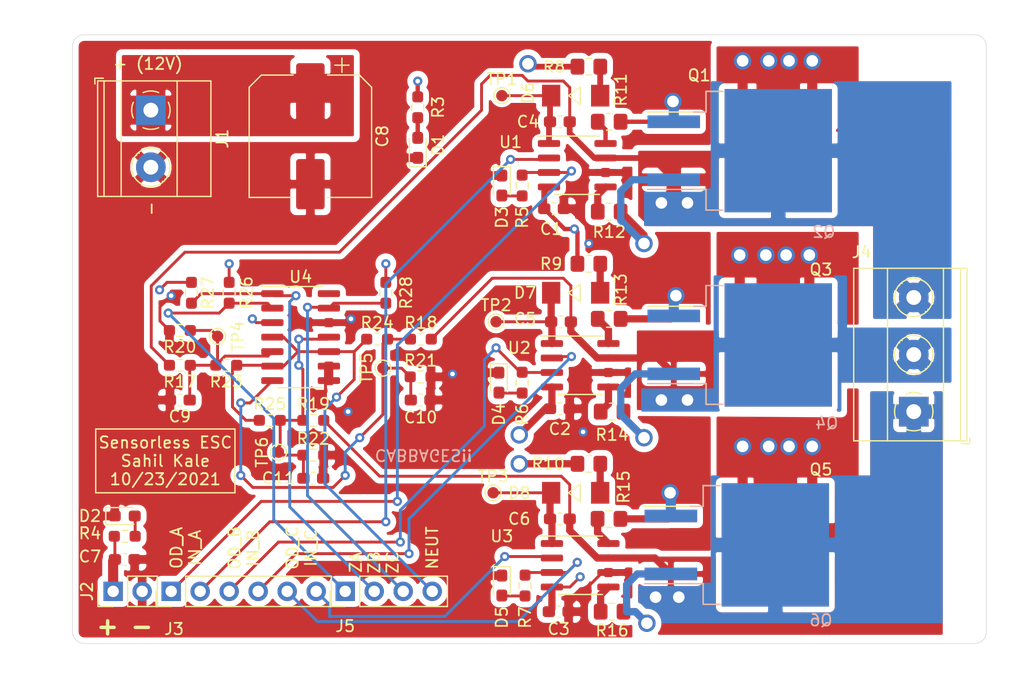
<source format=kicad_pcb>
(kicad_pcb (version 20171130) (host pcbnew "(5.1.10)-1")
  (layers (0 F.Cu signal) (1 In1.Cu signal) (2 In2.Cu signal) (31 B.Cu signal) (34 B.Paste user) (35 F.Paste user) (36 B.SilkS user) (37 F.SilkS user) (38 B.Mask user) (39 F.Mask user) (44 Edge.Cuts user))
  (net 0 "")
  (net 1 GND)
  (net 2 VBUS)
  (net 3 "Net-(C4-Pad2)")
  (net 4 PHASEA)
  (net 5 "Net-(C5-Pad2)")
  (net 6 PHASEB)
  (net 7 "Net-(C6-Pad2)")
  (net 8 PHASEC)
  (net 9 "Net-(D1-Pad2)")
  (net 10 "Net-(D2-Pad2)")
  (net 11 "Net-(D3-Pad2)")
  (net 12 "Net-(D4-Pad2)")
  (net 13 "Net-(D5-Pad2)")
  (net 14 "Net-(D6-Pad2)")
  (net 15 "Net-(D7-Pad2)")
  (net 16 "Net-(D8-Pad2)")
  (net 17 VCC)
  (net 18 /IN_C)
  (net 19 /OD_C)
  (net 20 /IN_B)
  (net 21 /OD_B)
  (net 22 /IN_A)
  (net 23 /OD_A)
  (net 24 ZCROSS_C)
  (net 25 ZCROSS_B)
  (net 26 ZCROSS_A)
  (net 27 "Net-(Q1-Pad1)")
  (net 28 "Net-(Q2-Pad1)")
  (net 29 "Net-(Q3-Pad1)")
  (net 30 "Net-(Q4-Pad1)")
  (net 31 "Net-(Q5-Pad1)")
  (net 32 "Net-(Q6-Pad1)")
  (net 33 "Net-(R11-Pad2)")
  (net 34 "Net-(R12-Pad2)")
  (net 35 "Net-(R13-Pad2)")
  (net 36 "Net-(R14-Pad2)")
  (net 37 "Net-(R15-Pad2)")
  (net 38 "Net-(R16-Pad2)")
  (net 39 /BackEMF/BEMFA)
  (net 40 /BackEMF/BEMFB)
  (net 41 /BackEMF/BEMFC)
  (net 42 NEUT)
  (module Capacitor_SMD:C_0603_1608Metric_Pad1.08x0.95mm_HandSolder (layer F.Cu) (at 199.644 88.646)
    (fp_text reference C11 (at -3.048 0) (layer F.SilkS))
    (fp_text value 1nF)
    (pad 2 smd roundrect (at 0.8625 0) (size 1.075 0.95) (layers F.Cu F.Paste F.Mask) (net 1 GND))
    (pad 1 smd roundrect (at -0.8625 0) (size 1.075 0.95) (layers F.Cu F.Paste F.Mask) (net 41 /BackEMF/BEMFC))
  )
  (module Capacitor_SMD:C_0603_1608Metric_Pad1.08x0.95mm_HandSolder (layer F.Cu) (at 209.042 81.788)
    (fp_text reference C10 (at 0 1.524) (layer F.SilkS))
    (fp_text value 1nF)
    (pad 2 smd roundrect (at 0.8625 0) (size 1.075 0.95) (layers F.Cu F.Paste F.Mask) (net 1 GND))
    (pad 1 smd roundrect (at -0.8625 0) (size 1.075 0.95) (layers F.Cu F.Paste F.Mask) (net 40 /BackEMF/BEMFB))
  )
  (module Capacitor_SMD:C_0603_1608Metric_Pad1.08x0.95mm_HandSolder (layer F.Cu) (at 187.96 81.788 180)
    (fp_text reference C9 (at 0 -1.43) (layer F.SilkS))
    (fp_text value 1nF)
    (pad 2 smd roundrect (at 0.8625 0 180) (size 1.075 0.95) (layers F.Cu F.Paste F.Mask) (net 1 GND))
    (pad 1 smd roundrect (at -0.8625 0 180) (size 1.075 0.95) (layers F.Cu F.Paste F.Mask) (net 39 /BackEMF/BEMFA))
  )
  (module Package_SO:SOIC-14_3.9x8.7mm_P1.27mm (layer F.Cu) (at 198.536 76.276)
    (fp_text reference U4 (at 0 -5.28) (layer F.SilkS))
    (fp_text value LM339)
    (pad 14 smd roundrect (at 2.475 -3.81) (size 1.95 0.6) (layers F.Cu F.Paste F.Mask))
    (pad 13 smd roundrect (at 2.475 -2.54) (size 1.95 0.6) (layers F.Cu F.Paste F.Mask) (net 24 ZCROSS_C))
    (pad 12 smd roundrect (at 2.475 -1.27) (size 1.95 0.6) (layers F.Cu F.Paste F.Mask) (net 1 GND))
    (pad 11 smd roundrect (at 2.475 0) (size 1.95 0.6) (layers F.Cu F.Paste F.Mask) (net 41 /BackEMF/BEMFC))
    (pad 10 smd roundrect (at 2.475 1.27) (size 1.95 0.6) (layers F.Cu F.Paste F.Mask) (net 42 NEUT))
    (pad 9 smd roundrect (at 2.475 2.54) (size 1.95 0.6) (layers F.Cu F.Paste F.Mask) (net 1 GND))
    (pad 8 smd roundrect (at 2.475 3.81) (size 1.95 0.6) (layers F.Cu F.Paste F.Mask) (net 1 GND))
    (pad 7 smd roundrect (at -2.475 3.81) (size 1.95 0.6) (layers F.Cu F.Paste F.Mask) (net 40 /BackEMF/BEMFB))
    (pad 6 smd roundrect (at -2.475 2.54) (size 1.95 0.6) (layers F.Cu F.Paste F.Mask) (net 42 NEUT))
    (pad 5 smd roundrect (at -2.475 1.27) (size 1.95 0.6) (layers F.Cu F.Paste F.Mask) (net 39 /BackEMF/BEMFA))
    (pad 4 smd roundrect (at -2.475 0) (size 1.95 0.6) (layers F.Cu F.Paste F.Mask) (net 42 NEUT))
    (pad 3 smd roundrect (at -2.475 -1.27) (size 1.95 0.6) (layers F.Cu F.Paste F.Mask) (net 17 VCC))
    (pad 2 smd roundrect (at -2.475 -2.54) (size 1.95 0.6) (layers F.Cu F.Paste F.Mask) (net 26 ZCROSS_A))
    (pad 1 smd roundrect (at -2.475 -3.81) (size 1.95 0.6) (layers F.Cu F.Paste F.Mask) (net 25 ZCROSS_B))
  )
  (module Connector_PinHeader_2.54mm:PinHeader_1x04_P2.54mm_Vertical (layer F.Cu) (at 202.438 98.552 90)
    (fp_text reference J5 (at -3.048 0 180) (layer F.SilkS))
    (fp_text value Screw_Terminal_01x04)
    (pad 4 thru_hole oval (at 0 7.62 90) (size 1.7 1.7) (drill 1) (layers *.Cu *.Mask) (net 42 NEUT))
    (pad 3 thru_hole oval (at 0 5.08 90) (size 1.7 1.7) (drill 1) (layers *.Cu *.Mask) (net 24 ZCROSS_C))
    (pad 2 thru_hole oval (at 0 2.54 90) (size 1.7 1.7) (drill 1) (layers *.Cu *.Mask) (net 25 ZCROSS_B))
    (pad 1 thru_hole rect (at 0 0 90) (size 1.7 1.7) (drill 1) (layers *.Cu *.Mask) (net 26 ZCROSS_A))
  )
  (module TerminalBlock_Phoenix:TerminalBlock_Phoenix_MKDS-1,5-2_1x02_P5.00mm_Horizontal (layer F.Cu) (at 185.42 56.388 270)
    (fp_text reference J1 (at 2.5 -6.26 90) (layer F.SilkS))
    (fp_text value Screw_Terminal_01x02)
    (pad 2 thru_hole circle (at 5 0 270) (size 2.6 2.6) (drill 1.3) (layers *.Cu *.Mask) (net 1 GND))
    (pad 1 thru_hole rect (at 0 0 270) (size 2.6 2.6) (drill 1.3) (layers *.Cu *.Mask) (net 2 VBUS))
  )
  (module Connector_PinHeader_2.54mm:PinHeader_1x02_P2.54mm_Vertical (layer F.Cu) (at 182.118 98.552 90)
    (fp_text reference J2 (at 0 -2.286 270) (layer F.SilkS))
    (fp_text value Screw_Terminal_01x02)
    (pad 2 thru_hole oval (at 0 2.54 90) (size 1.7 1.7) (drill 1) (layers *.Cu *.Mask) (net 1 GND))
    (pad 1 thru_hole rect (at 0 0 90) (size 1.7 1.7) (drill 1) (layers *.Cu *.Mask) (net 17 VCC))
  )
  (module TestPoint:TestPoint_Pad_D1.0mm (layer F.Cu) (at 196.596 86.36 90)
    (fp_text reference TP6 (at 0 -1.448 90) (layer F.SilkS))
    (fp_text value TestPoint)
    (pad 1 smd circle (at 0 0 90) (size 1 1) (layers F.Cu F.Mask) (net 41 /BackEMF/BEMFC))
  )
  (module TestPoint:TestPoint_Pad_D1.0mm (layer F.Cu) (at 205.74 78.994 90)
    (fp_text reference TP5 (at 0 -1.448 90) (layer F.SilkS))
    (fp_text value TestPoint)
    (pad 1 smd circle (at 0 0 90) (size 1 1) (layers F.Cu F.Mask) (net 40 /BackEMF/BEMFB))
  )
  (module TestPoint:TestPoint_Pad_D1.0mm (layer F.Cu) (at 191.262 76.2)
    (fp_text reference TP4 (at 1.778 0 90) (layer F.SilkS))
    (fp_text value TestPoint)
    (pad 1 smd circle (at 0 0) (size 1 1) (layers F.Cu F.Mask) (net 39 /BackEMF/BEMFA))
  )
  (module Capacitor_SMD:CP_Elec_10x10.5 (layer F.Cu) (at 199.39 58.674 270)
    (fp_text reference C8 (at 0 -6.3 90) (layer F.SilkS))
    (fp_text value 100uF)
    (pad 2 smd roundrect (at 4.2 0 270) (size 4.4 2.5) (layers F.Cu F.Paste F.Mask) (roundrect_rratio 0.1) (net 1 GND))
    (pad 1 smd roundrect (at -4.2 0 270) (size 4.4 2.5) (layers F.Cu F.Paste F.Mask) (roundrect_rratio 0.1) (net 2 VBUS))
  )
  (module Capacitor_SMD:C_0603_1608Metric_Pad1.08x0.95mm_HandSolder (layer F.Cu) (at 183.134 95.758 180)
    (fp_text reference C7 (at 3.048 0.254) (layer F.SilkS))
    (fp_text value 0.1uF)
    (pad 2 smd roundrect (at 0.8625 0 180) (size 1.075 0.95) (layers F.Cu F.Paste F.Mask) (net 17 VCC))
    (pad 1 smd roundrect (at -0.8625 0 180) (size 1.075 0.95) (layers F.Cu F.Paste F.Mask) (net 1 GND))
  )
  (module Package_SO:SOIC-8_3.9x4.9mm_P1.27mm (layer F.Cu) (at 223.012 96.266)
    (fp_text reference U3 (at -6.858 -2.54) (layer F.SilkS))
    (fp_text value ADP3110AKRZ-RL)
    (pad 8 smd roundrect (at 2.475 -1.905) (size 1.95 0.6) (layers F.Cu F.Paste F.Mask) (net 37 "Net-(R15-Pad2)"))
    (pad 7 smd roundrect (at 2.475 -0.635) (size 1.95 0.6) (layers F.Cu F.Paste F.Mask) (net 8 PHASEC))
    (pad 6 smd roundrect (at 2.475 0.635) (size 1.95 0.6) (layers F.Cu F.Paste F.Mask) (net 1 GND))
    (pad 5 smd roundrect (at 2.475 1.905) (size 1.95 0.6) (layers F.Cu F.Paste F.Mask) (net 38 "Net-(R16-Pad2)"))
    (pad 4 smd roundrect (at -2.475 1.905) (size 1.95 0.6) (layers F.Cu F.Paste F.Mask) (net 2 VBUS))
    (pad 3 smd roundrect (at -2.475 0.635) (size 1.95 0.6) (layers F.Cu F.Paste F.Mask) (net 19 /OD_C))
    (pad 2 smd roundrect (at -2.475 -0.635) (size 1.95 0.6) (layers F.Cu F.Paste F.Mask) (net 18 /IN_C))
    (pad 1 smd roundrect (at -2.475 -1.905) (size 1.95 0.6) (layers F.Cu F.Paste F.Mask) (net 7 "Net-(C6-Pad2)"))
  )
  (module Package_SO:SOIC-8_3.9x4.9mm_P1.27mm (layer F.Cu) (at 223.012 78.74)
    (fp_text reference U2 (at -5.334 -1.524) (layer F.SilkS))
    (fp_text value ADP3110AKRZ-RL)
    (pad 8 smd roundrect (at 2.475 -1.905) (size 1.95 0.6) (layers F.Cu F.Paste F.Mask) (net 35 "Net-(R13-Pad2)"))
    (pad 7 smd roundrect (at 2.475 -0.635) (size 1.95 0.6) (layers F.Cu F.Paste F.Mask) (net 6 PHASEB))
    (pad 6 smd roundrect (at 2.475 0.635) (size 1.95 0.6) (layers F.Cu F.Paste F.Mask) (net 1 GND))
    (pad 5 smd roundrect (at 2.475 1.905) (size 1.95 0.6) (layers F.Cu F.Paste F.Mask) (net 36 "Net-(R14-Pad2)"))
    (pad 4 smd roundrect (at -2.475 1.905) (size 1.95 0.6) (layers F.Cu F.Paste F.Mask) (net 2 VBUS))
    (pad 3 smd roundrect (at -2.475 0.635) (size 1.95 0.6) (layers F.Cu F.Paste F.Mask) (net 21 /OD_B))
    (pad 2 smd roundrect (at -2.475 -0.635) (size 1.95 0.6) (layers F.Cu F.Paste F.Mask) (net 20 /IN_B))
    (pad 1 smd roundrect (at -2.475 -1.905) (size 1.95 0.6) (layers F.Cu F.Paste F.Mask) (net 5 "Net-(C5-Pad2)"))
  )
  (module Package_SO:SOIC-8_3.9x4.9mm_P1.27mm (layer F.Cu) (at 222.758 61.214)
    (fp_text reference U1 (at -5.842 -2.032) (layer F.SilkS))
    (fp_text value ADP3110AKRZ-RL)
    (pad 8 smd roundrect (at 2.475 -1.905) (size 1.95 0.6) (layers F.Cu F.Paste F.Mask) (net 33 "Net-(R11-Pad2)"))
    (pad 7 smd roundrect (at 2.475 -0.635) (size 1.95 0.6) (layers F.Cu F.Paste F.Mask) (net 4 PHASEA))
    (pad 6 smd roundrect (at 2.475 0.635) (size 1.95 0.6) (layers F.Cu F.Paste F.Mask) (net 1 GND))
    (pad 5 smd roundrect (at 2.475 1.905) (size 1.95 0.6) (layers F.Cu F.Paste F.Mask) (net 34 "Net-(R12-Pad2)"))
    (pad 4 smd roundrect (at -2.475 1.905) (size 1.95 0.6) (layers F.Cu F.Paste F.Mask) (net 2 VBUS))
    (pad 3 smd roundrect (at -2.475 0.635) (size 1.95 0.6) (layers F.Cu F.Paste F.Mask) (net 23 /OD_A))
    (pad 2 smd roundrect (at -2.475 -0.635) (size 1.95 0.6) (layers F.Cu F.Paste F.Mask) (net 22 /IN_A))
    (pad 1 smd roundrect (at -2.475 -1.905) (size 1.95 0.6) (layers F.Cu F.Paste F.Mask) (net 3 "Net-(C4-Pad2)"))
  )
  (module TestPoint:TestPoint_Pad_D1.0mm (layer F.Cu) (at 215.392 89.916)
    (fp_text reference TP3 (at 0 -1.448) (layer F.SilkS))
    (fp_text value TP_BST)
    (pad 1 smd circle (at 0 0) (size 1 1) (layers F.Cu F.Mask) (net 7 "Net-(C6-Pad2)"))
  )
  (module TestPoint:TestPoint_Pad_D1.0mm (layer F.Cu) (at 215.646 74.93)
    (fp_text reference TP2 (at 0 -1.448) (layer F.SilkS))
    (fp_text value TP_BST)
    (pad 1 smd circle (at 0 0) (size 1 1) (layers F.Cu F.Mask) (net 5 "Net-(C5-Pad2)"))
  )
  (module TestPoint:TestPoint_Pad_D1.0mm (layer F.Cu) (at 216.154 55.118)
    (fp_text reference TP1 (at 0 -1.448) (layer F.SilkS))
    (fp_text value TP_BST)
    (pad 1 smd circle (at 0 0) (size 1 1) (layers F.Cu F.Mask) (net 3 "Net-(C4-Pad2)"))
  )
  (module Resistor_SMD:R_0603_1608Metric_Pad0.98x0.95mm_HandSolder (layer F.Cu) (at 205.994 72.39 270)
    (fp_text reference R28 (at 0 -1.778 90) (layer F.SilkS))
    (fp_text value 10k)
    (pad 2 smd roundrect (at 0.9125 0 270) (size 0.975 0.95) (layers F.Cu F.Paste F.Mask) (net 24 ZCROSS_C))
    (pad 1 smd roundrect (at -0.9125 0 270) (size 0.975 0.95) (layers F.Cu F.Paste F.Mask) (net 17 VCC))
  )
  (module Resistor_SMD:R_0603_1608Metric_Pad0.98x0.95mm_HandSolder (layer F.Cu) (at 188.976 72.39 270)
    (fp_text reference R27 (at 0 -1.43 90) (layer F.SilkS))
    (fp_text value 10k)
    (pad 2 smd roundrect (at 0.9125 0 270) (size 0.975 0.95) (layers F.Cu F.Paste F.Mask) (net 25 ZCROSS_B))
    (pad 1 smd roundrect (at -0.9125 0 270) (size 0.975 0.95) (layers F.Cu F.Paste F.Mask) (net 17 VCC))
  )
  (module Resistor_SMD:R_0603_1608Metric_Pad0.98x0.95mm_HandSolder (layer F.Cu) (at 192.278 72.39 270)
    (fp_text reference R26 (at 0 -1.524 90) (layer F.SilkS))
    (fp_text value 10k)
    (pad 2 smd roundrect (at 0.9125 0 270) (size 0.975 0.95) (layers F.Cu F.Paste F.Mask) (net 26 ZCROSS_A))
    (pad 1 smd roundrect (at -0.9125 0 270) (size 0.975 0.95) (layers F.Cu F.Paste F.Mask) (net 17 VCC))
  )
  (module Resistor_SMD:R_0603_1608Metric_Pad0.98x0.95mm_HandSolder (layer F.Cu) (at 195.834 83.566)
    (fp_text reference R25 (at 0 -1.43) (layer F.SilkS))
    (fp_text value 33k)
    (pad 2 smd roundrect (at 0.9125 0) (size 0.975 0.95) (layers F.Cu F.Paste F.Mask) (net 41 /BackEMF/BEMFC))
    (pad 1 smd roundrect (at -0.9125 0) (size 0.975 0.95) (layers F.Cu F.Paste F.Mask) (net 42 NEUT))
  )
  (module Resistor_SMD:R_0603_1608Metric_Pad0.98x0.95mm_HandSolder (layer F.Cu) (at 205.232 76.454)
    (fp_text reference R24 (at 0 -1.43) (layer F.SilkS))
    (fp_text value 33k)
    (pad 2 smd roundrect (at 0.9125 0) (size 0.975 0.95) (layers F.Cu F.Paste F.Mask) (net 40 /BackEMF/BEMFB))
    (pad 1 smd roundrect (at -0.9125 0) (size 0.975 0.95) (layers F.Cu F.Paste F.Mask) (net 42 NEUT))
  )
  (module Resistor_SMD:R_0603_1608Metric_Pad0.98x0.95mm_HandSolder (layer F.Cu) (at 192.024 78.74 180)
    (fp_text reference R23 (at 0 -1.43) (layer F.SilkS))
    (fp_text value 33k)
    (pad 2 smd roundrect (at 0.9125 0 180) (size 0.975 0.95) (layers F.Cu F.Paste F.Mask) (net 39 /BackEMF/BEMFA))
    (pad 1 smd roundrect (at -0.9125 0 180) (size 0.975 0.95) (layers F.Cu F.Paste F.Mask) (net 42 NEUT))
  )
  (module Resistor_SMD:R_0603_1608Metric_Pad0.98x0.95mm_HandSolder (layer F.Cu) (at 199.644 86.614)
    (fp_text reference R22 (at 0 -1.43) (layer F.SilkS))
    (fp_text value 10k)
    (pad 2 smd roundrect (at 0.9125 0) (size 0.975 0.95) (layers F.Cu F.Paste F.Mask) (net 1 GND))
    (pad 1 smd roundrect (at -0.9125 0) (size 0.975 0.95) (layers F.Cu F.Paste F.Mask) (net 41 /BackEMF/BEMFC))
  )
  (module Resistor_SMD:R_0603_1608Metric_Pad0.98x0.95mm_HandSolder (layer F.Cu) (at 209.042 79.756)
    (fp_text reference R21 (at 0 -1.43) (layer F.SilkS))
    (fp_text value 10k)
    (pad 2 smd roundrect (at 0.9125 0) (size 0.975 0.95) (layers F.Cu F.Paste F.Mask) (net 1 GND))
    (pad 1 smd roundrect (at -0.9125 0) (size 0.975 0.95) (layers F.Cu F.Paste F.Mask) (net 40 /BackEMF/BEMFB))
  )
  (module Resistor_SMD:R_0603_1608Metric_Pad0.98x0.95mm_HandSolder (layer F.Cu) (at 187.96 75.692 180)
    (fp_text reference R20 (at 0 -1.43) (layer F.SilkS))
    (fp_text value 10k)
    (pad 2 smd roundrect (at 0.9125 0 180) (size 0.975 0.95) (layers F.Cu F.Paste F.Mask) (net 1 GND))
    (pad 1 smd roundrect (at -0.9125 0 180) (size 0.975 0.95) (layers F.Cu F.Paste F.Mask) (net 39 /BackEMF/BEMFA))
  )
  (module Resistor_SMD:R_0603_1608Metric_Pad0.98x0.95mm_HandSolder (layer F.Cu) (at 199.644 83.566)
    (fp_text reference R19 (at 0 -1.43) (layer F.SilkS))
    (fp_text value 33k)
    (pad 2 smd roundrect (at 0.9125 0) (size 0.975 0.95) (layers F.Cu F.Paste F.Mask) (net 8 PHASEC))
    (pad 1 smd roundrect (at -0.9125 0) (size 0.975 0.95) (layers F.Cu F.Paste F.Mask) (net 41 /BackEMF/BEMFC))
  )
  (module Resistor_SMD:R_0603_1608Metric_Pad0.98x0.95mm_HandSolder (layer F.Cu) (at 209.064 76.454)
    (fp_text reference R18 (at 0 -1.43) (layer F.SilkS))
    (fp_text value 33k)
    (pad 2 smd roundrect (at 0.9125 0) (size 0.975 0.95) (layers F.Cu F.Paste F.Mask) (net 6 PHASEB))
    (pad 1 smd roundrect (at -0.9125 0) (size 0.975 0.95) (layers F.Cu F.Paste F.Mask) (net 40 /BackEMF/BEMFB))
  )
  (module Resistor_SMD:R_0603_1608Metric_Pad0.98x0.95mm_HandSolder (layer F.Cu) (at 187.96 78.74 180)
    (fp_text reference R17 (at 0 -1.43) (layer F.SilkS))
    (fp_text value 33k)
    (pad 2 smd roundrect (at 0.9125 0 180) (size 0.975 0.95) (layers F.Cu F.Paste F.Mask) (net 4 PHASEA))
    (pad 1 smd roundrect (at -0.9125 0 180) (size 0.975 0.95) (layers F.Cu F.Paste F.Mask) (net 39 /BackEMF/BEMFA))
  )
  (module Resistor_SMD:R_0805_2012Metric_Pad1.20x1.40mm_HandSolder (layer F.Cu) (at 225.806 100.33 180)
    (fp_text reference R16 (at 0 -1.65) (layer F.SilkS))
    (fp_text value 5.1)
    (pad 2 smd roundrect (at 1 0 180) (size 1.2 1.4) (layers F.Cu F.Paste F.Mask) (roundrect_rratio 0.2083325) (net 38 "Net-(R16-Pad2)"))
    (pad 1 smd roundrect (at -1 0 180) (size 1.2 1.4) (layers F.Cu F.Paste F.Mask) (roundrect_rratio 0.2083325) (net 32 "Net-(Q6-Pad1)"))
  )
  (module Resistor_SMD:R_0805_2012Metric_Pad1.20x1.40mm_HandSolder (layer F.Cu) (at 225.536 92.202 180)
    (fp_text reference R15 (at -1.286 2.794 270) (layer F.SilkS))
    (fp_text value 5.1)
    (pad 2 smd roundrect (at 1 0 180) (size 1.2 1.4) (layers F.Cu F.Paste F.Mask) (roundrect_rratio 0.2083325) (net 37 "Net-(R15-Pad2)"))
    (pad 1 smd roundrect (at -1 0 180) (size 1.2 1.4) (layers F.Cu F.Paste F.Mask) (roundrect_rratio 0.2083325) (net 31 "Net-(Q5-Pad1)"))
  )
  (module Resistor_SMD:R_0805_2012Metric_Pad1.20x1.40mm_HandSolder (layer F.Cu) (at 225.806 82.804 180)
    (fp_text reference R14 (at 0 -2.032) (layer F.SilkS))
    (fp_text value 5.1)
    (pad 2 smd roundrect (at 1 0 180) (size 1.2 1.4) (layers F.Cu F.Paste F.Mask) (roundrect_rratio 0.2083325) (net 36 "Net-(R14-Pad2)"))
    (pad 1 smd roundrect (at -1 0 180) (size 1.2 1.4) (layers F.Cu F.Paste F.Mask) (roundrect_rratio 0.2083325) (net 30 "Net-(Q4-Pad1)"))
  )
  (module Resistor_SMD:R_0805_2012Metric_Pad1.20x1.40mm_HandSolder (layer F.Cu) (at 225.552 74.676 180)
    (fp_text reference R13 (at -1.016 2.54 270) (layer F.SilkS))
    (fp_text value 5.1)
    (pad 2 smd roundrect (at 1 0 180) (size 1.2 1.4) (layers F.Cu F.Paste F.Mask) (roundrect_rratio 0.2083325) (net 35 "Net-(R13-Pad2)"))
    (pad 1 smd roundrect (at -1 0 180) (size 1.2 1.4) (layers F.Cu F.Paste F.Mask) (roundrect_rratio 0.2083325) (net 29 "Net-(Q3-Pad1)"))
  )
  (module Resistor_SMD:R_0805_2012Metric_Pad1.20x1.40mm_HandSolder (layer F.Cu) (at 225.552 65.278 180)
    (fp_text reference R12 (at 0 -1.778) (layer F.SilkS))
    (fp_text value 5.1)
    (pad 2 smd roundrect (at 1 0 180) (size 1.2 1.4) (layers F.Cu F.Paste F.Mask) (roundrect_rratio 0.2083325) (net 34 "Net-(R12-Pad2)"))
    (pad 1 smd roundrect (at -1 0 180) (size 1.2 1.4) (layers F.Cu F.Paste F.Mask) (roundrect_rratio 0.2083325) (net 28 "Net-(Q2-Pad1)"))
  )
  (module Resistor_SMD:R_0805_2012Metric_Pad1.20x1.40mm_HandSolder (layer F.Cu) (at 225.552 57.404 180)
    (fp_text reference R11 (at -1.016 2.794 90) (layer F.SilkS))
    (fp_text value 5.1)
    (pad 2 smd roundrect (at 1 0 180) (size 1.2 1.4) (layers F.Cu F.Paste F.Mask) (roundrect_rratio 0.2083325) (net 33 "Net-(R11-Pad2)"))
    (pad 1 smd roundrect (at -1 0 180) (size 1.2 1.4) (layers F.Cu F.Paste F.Mask) (roundrect_rratio 0.2083325) (net 27 "Net-(Q1-Pad1)"))
  )
  (module Resistor_SMD:R_0805_2012Metric_Pad1.20x1.40mm_HandSolder (layer F.Cu) (at 223.774 87.376 180)
    (fp_text reference R10 (at 3.556 0) (layer F.SilkS))
    (fp_text value 5.1)
    (pad 2 smd roundrect (at 1 0 180) (size 1.2 1.4) (layers F.Cu F.Paste F.Mask) (roundrect_rratio 0.2083325) (net 2 VBUS))
    (pad 1 smd roundrect (at -1 0 180) (size 1.2 1.4) (layers F.Cu F.Paste F.Mask) (roundrect_rratio 0.2083325) (net 16 "Net-(D8-Pad2)"))
  )
  (module Resistor_SMD:R_0805_2012Metric_Pad1.20x1.40mm_HandSolder (layer F.Cu) (at 223.774 69.85 180)
    (fp_text reference R9 (at 3.302 0) (layer F.SilkS))
    (fp_text value 5.1)
    (pad 2 smd roundrect (at 1 0 180) (size 1.2 1.4) (layers F.Cu F.Paste F.Mask) (roundrect_rratio 0.2083325) (net 2 VBUS))
    (pad 1 smd roundrect (at -1 0 180) (size 1.2 1.4) (layers F.Cu F.Paste F.Mask) (roundrect_rratio 0.2083325) (net 15 "Net-(D7-Pad2)"))
  )
  (module Resistor_SMD:R_0805_2012Metric_Pad1.20x1.40mm_HandSolder (layer F.Cu) (at 223.774 52.578 180)
    (fp_text reference R8 (at 3.048 0) (layer F.SilkS))
    (fp_text value 5.1)
    (pad 2 smd roundrect (at 1 0 180) (size 1.2 1.4) (layers F.Cu F.Paste F.Mask) (roundrect_rratio 0.2083325) (net 2 VBUS))
    (pad 1 smd roundrect (at -1 0 180) (size 1.2 1.4) (layers F.Cu F.Paste F.Mask) (roundrect_rratio 0.2083325) (net 14 "Net-(D6-Pad2)"))
  )
  (module Resistor_SMD:R_0603_1608Metric_Pad0.98x0.95mm_HandSolder (layer F.Cu) (at 218.186 98.044 270)
    (fp_text reference R7 (at 2.794 0 90) (layer F.SilkS))
    (fp_text value 1k)
    (pad 2 smd roundrect (at 0.9125 0 270) (size 0.975 0.95) (layers F.Cu F.Paste F.Mask) (net 13 "Net-(D5-Pad2)"))
    (pad 1 smd roundrect (at -0.9125 0 270) (size 0.975 0.95) (layers F.Cu F.Paste F.Mask) (net 19 /OD_C))
  )
  (module Resistor_SMD:R_0603_1608Metric_Pad0.98x0.95mm_HandSolder (layer F.Cu) (at 217.932 80.264 270)
    (fp_text reference R6 (at 2.794 0 90) (layer F.SilkS))
    (fp_text value 1k)
    (pad 2 smd roundrect (at 0.9125 0 270) (size 0.975 0.95) (layers F.Cu F.Paste F.Mask) (net 12 "Net-(D4-Pad2)"))
    (pad 1 smd roundrect (at -0.9125 0 270) (size 0.975 0.95) (layers F.Cu F.Paste F.Mask) (net 21 /OD_B))
  )
  (module Resistor_SMD:R_0603_1608Metric_Pad0.98x0.95mm_HandSolder (layer F.Cu) (at 217.932 62.992 270)
    (fp_text reference R5 (at 2.794 0 90) (layer F.SilkS))
    (fp_text value 1k)
    (pad 2 smd roundrect (at 0.9125 0 270) (size 0.975 0.95) (layers F.Cu F.Paste F.Mask) (net 11 "Net-(D3-Pad2)"))
    (pad 1 smd roundrect (at -0.9125 0 270) (size 0.975 0.95) (layers F.Cu F.Paste F.Mask) (net 23 /OD_A))
  )
  (module Resistor_SMD:R_0603_1608Metric_Pad0.98x0.95mm_HandSolder (layer F.Cu) (at 183.134 93.726)
    (fp_text reference R4 (at -3.048 -0.254) (layer F.SilkS))
    (fp_text value 1k)
    (pad 2 smd roundrect (at 0.9125 0) (size 0.975 0.95) (layers F.Cu F.Paste F.Mask) (net 10 "Net-(D2-Pad2)"))
    (pad 1 smd roundrect (at -0.9125 0) (size 0.975 0.95) (layers F.Cu F.Paste F.Mask) (net 17 VCC))
  )
  (module Resistor_SMD:R_0603_1608Metric_Pad0.98x0.95mm_HandSolder (layer F.Cu) (at 208.788 56.134 270)
    (fp_text reference R3 (at 0 -1.778 90) (layer F.SilkS))
    (fp_text value 1k)
    (pad 2 smd roundrect (at 0.9125 0 270) (size 0.975 0.95) (layers F.Cu F.Paste F.Mask) (net 9 "Net-(D1-Pad2)"))
    (pad 1 smd roundrect (at -0.9125 0 270) (size 0.975 0.95) (layers F.Cu F.Paste F.Mask) (net 2 VBUS))
  )
  (module Package_TO_SOT_SMD:TO-263-2 (layer B.Cu) (at 236.728 94.488)
    (fp_text reference Q6 (at 7.366 6.604) (layer B.SilkS) (effects (justify mirror)))
    (fp_text value Q_NMOS_GDS)
    (pad 2 smd rect (at 3.375 0) (size 9.4 10.8) (layers B.Cu B.Mask) (net 8 PHASEC))
    (pad 3 smd rect (at -5.775 -2.54) (size 4.6 1.1) (layers B.Cu B.Paste B.Mask) (net 1 GND))
    (pad 1 smd rect (at -5.775 2.54) (size 4.6 1.1) (layers B.Cu B.Paste B.Mask) (net 32 "Net-(Q6-Pad1)"))
  )
  (module Package_TO_SOT_SMD:TO-263-2 (layer F.Cu) (at 236.728 94.488)
    (fp_text reference Q5 (at 7.366 -6.604) (layer F.SilkS))
    (fp_text value Q_NMOS_GDS)
    (pad 2 smd rect (at 3.375 0) (size 9.4 10.8) (layers F.Cu F.Mask) (net 2 VBUS))
    (pad 3 smd rect (at -5.775 2.54) (size 4.6 1.1) (layers F.Cu F.Paste F.Mask) (net 8 PHASEC))
    (pad 1 smd rect (at -5.775 -2.54) (size 4.6 1.1) (layers F.Cu F.Paste F.Mask) (net 31 "Net-(Q5-Pad1)"))
  )
  (module Package_TO_SOT_SMD:TO-263-2 (layer B.Cu) (at 236.982 76.962)
    (fp_text reference Q4 (at 7.62 6.858) (layer B.SilkS) (effects (justify mirror)))
    (fp_text value Q_NMOS_GDS)
    (pad 2 smd rect (at 3.375 0) (size 9.4 10.8) (layers B.Cu B.Mask) (net 6 PHASEB))
    (pad 3 smd rect (at -5.775 -2.54) (size 4.6 1.1) (layers B.Cu B.Paste B.Mask) (net 1 GND))
    (pad 1 smd rect (at -5.775 2.54) (size 4.6 1.1) (layers B.Cu B.Paste B.Mask) (net 30 "Net-(Q4-Pad1)"))
  )
  (module Package_TO_SOT_SMD:TO-263-2 (layer F.Cu) (at 236.982 76.962)
    (fp_text reference Q3 (at 7.112 -6.604) (layer F.SilkS))
    (fp_text value Q_NMOS_GDS)
    (pad 2 smd rect (at 3.375 0) (size 9.4 10.8) (layers F.Cu F.Mask) (net 2 VBUS))
    (pad 3 smd rect (at -5.775 2.54) (size 4.6 1.1) (layers F.Cu F.Paste F.Mask) (net 6 PHASEB))
    (pad 1 smd rect (at -5.775 -2.54) (size 4.6 1.1) (layers F.Cu F.Paste F.Mask) (net 29 "Net-(Q3-Pad1)"))
  )
  (module Package_TO_SOT_SMD:TO-263-2 (layer B.Cu) (at 236.982 59.944)
    (fp_text reference Q2 (at 7.366 7.112) (layer B.SilkS) (effects (justify mirror)))
    (fp_text value Q_NMOS_GDS)
    (pad 2 smd rect (at 3.375 0) (size 9.4 10.8) (layers B.Cu B.Mask) (net 4 PHASEA))
    (pad 3 smd rect (at -5.775 -2.54) (size 4.6 1.1) (layers B.Cu B.Paste B.Mask) (net 1 GND))
    (pad 1 smd rect (at -5.775 2.54) (size 4.6 1.1) (layers B.Cu B.Paste B.Mask) (net 28 "Net-(Q2-Pad1)"))
  )
  (module Package_TO_SOT_SMD:TO-263-2 (layer F.Cu) (at 236.982 59.944)
    (fp_text reference Q1 (at -3.556 -6.604) (layer F.SilkS))
    (fp_text value Q_NMOS_GDS)
    (pad 2 smd rect (at 3.375 0) (size 9.4 10.8) (layers F.Cu F.Mask) (net 2 VBUS))
    (pad 3 smd rect (at -5.775 2.54) (size 4.6 1.1) (layers F.Cu F.Paste F.Mask) (net 4 PHASEA))
    (pad 1 smd rect (at -5.775 -2.54) (size 4.6 1.1) (layers F.Cu F.Paste F.Mask) (net 27 "Net-(Q1-Pad1)"))
  )
  (module TerminalBlock_Phoenix:TerminalBlock_Phoenix_MKDS-1,5-3_1x03_P5.00mm_Horizontal (layer F.Cu) (at 252.222 82.804 90)
    (fp_text reference J4 (at 13.97 -4.572 180) (layer F.SilkS))
    (fp_text value Screw_Terminal_01x03)
    (pad 3 thru_hole circle (at 10 0 90) (size 2.6 2.6) (drill 1.3) (layers *.Cu *.Mask) (net 4 PHASEA))
    (pad 2 thru_hole circle (at 5 0 90) (size 2.6 2.6) (drill 1.3) (layers *.Cu *.Mask) (net 6 PHASEB))
    (pad 1 thru_hole rect (at 0 0 90) (size 2.6 2.6) (drill 1.3) (layers *.Cu *.Mask) (net 8 PHASEC))
  )
  (module Connector_PinHeader_2.54mm:PinHeader_1x06_P2.54mm_Vertical (layer F.Cu) (at 187.198 98.552 90)
    (fp_text reference J3 (at -3.302 0.254) (layer F.SilkS))
    (fp_text value Screw_Terminal_01x06)
    (pad 6 thru_hole oval (at 0 12.7 90) (size 1.7 1.7) (drill 1) (layers *.Cu *.Mask) (net 18 /IN_C))
    (pad 5 thru_hole oval (at 0 10.16 90) (size 1.7 1.7) (drill 1) (layers *.Cu *.Mask) (net 19 /OD_C))
    (pad 4 thru_hole oval (at 0 7.62 90) (size 1.7 1.7) (drill 1) (layers *.Cu *.Mask) (net 20 /IN_B))
    (pad 3 thru_hole oval (at 0 5.08 90) (size 1.7 1.7) (drill 1) (layers *.Cu *.Mask) (net 21 /OD_B))
    (pad 2 thru_hole oval (at 0 2.54 90) (size 1.7 1.7) (drill 1) (layers *.Cu *.Mask) (net 22 /IN_A))
    (pad 1 thru_hole rect (at 0 0 90) (size 1.7 1.7) (drill 1) (layers *.Cu *.Mask) (net 23 /OD_A))
  )
  (module KaleCustom:SK53AFL (layer F.Cu) (at 220.472 89.916)
    (fp_text reference D8 (at -2.794 0) (layer F.SilkS))
    (fp_text value SK53AFL-TP)
    (pad 2 smd rect (at 4.2926 0) (size 1.6002 1.905) (layers F.Cu F.Paste F.Mask) (net 16 "Net-(D8-Pad2)"))
    (pad 1 smd rect (at 0 0) (size 1.6002 1.905) (layers F.Cu F.Paste F.Mask) (net 7 "Net-(C6-Pad2)"))
  )
  (module KaleCustom:SK53AFL (layer F.Cu) (at 220.472 72.39)
    (fp_text reference D7 (at -2.286 0 180) (layer F.SilkS))
    (fp_text value SK53AFL-TP)
    (pad 2 smd rect (at 4.2926 0) (size 1.6002 1.905) (layers F.Cu F.Paste F.Mask) (net 15 "Net-(D7-Pad2)"))
    (pad 1 smd rect (at 0 0) (size 1.6002 1.905) (layers F.Cu F.Paste F.Mask) (net 5 "Net-(C5-Pad2)"))
  )
  (module KaleCustom:SK53AFL (layer F.Cu) (at 220.472 55.118)
    (fp_text reference D6 (at -2.032 -0.254 270) (layer F.SilkS))
    (fp_text value SK53AFL-TP)
    (pad 2 smd rect (at 4.2926 0) (size 1.6002 1.905) (layers F.Cu F.Paste F.Mask) (net 14 "Net-(D6-Pad2)"))
    (pad 1 smd rect (at 0 0) (size 1.6002 1.905) (layers F.Cu F.Paste F.Mask) (net 3 "Net-(C4-Pad2)"))
  )
  (module LED_SMD:LED_0603_1608Metric_Pad1.05x0.95mm_HandSolder (layer F.Cu) (at 216.154 98.044 270)
    (fp_text reference D5 (at 2.794 0 90) (layer F.SilkS))
    (fp_text value LED)
    (pad 2 smd roundrect (at 0.875 0 270) (size 1.05 0.95) (layers F.Cu F.Paste F.Mask) (net 13 "Net-(D5-Pad2)"))
    (pad 1 smd roundrect (at -0.875 0 270) (size 1.05 0.95) (layers F.Cu F.Paste F.Mask) (net 1 GND))
  )
  (module LED_SMD:LED_0603_1608Metric_Pad1.05x0.95mm_HandSolder (layer F.Cu) (at 215.9 80.264 270)
    (fp_text reference D4 (at 2.794 0 90) (layer F.SilkS))
    (fp_text value LED)
    (pad 2 smd roundrect (at 0.875 0 270) (size 1.05 0.95) (layers F.Cu F.Paste F.Mask) (net 12 "Net-(D4-Pad2)"))
    (pad 1 smd roundrect (at -0.875 0 270) (size 1.05 0.95) (layers F.Cu F.Paste F.Mask) (net 1 GND))
  )
  (module LED_SMD:LED_0603_1608Metric_Pad1.05x0.95mm_HandSolder (layer F.Cu) (at 216.154 62.992 270)
    (fp_text reference D3 (at 2.794 0 90) (layer F.SilkS))
    (fp_text value LED)
    (pad 2 smd roundrect (at 0.875 0 270) (size 1.05 0.95) (layers F.Cu F.Paste F.Mask) (net 11 "Net-(D3-Pad2)"))
    (pad 1 smd roundrect (at -0.875 0 270) (size 1.05 0.95) (layers F.Cu F.Paste F.Mask) (net 1 GND))
  )
  (module LED_SMD:LED_0603_1608Metric_Pad1.05x0.95mm_HandSolder (layer F.Cu) (at 183.134 91.948)
    (fp_text reference D2 (at -3.048 0) (layer F.SilkS))
    (fp_text value LED)
    (pad 2 smd roundrect (at 0.875 0) (size 1.05 0.95) (layers F.Cu F.Paste F.Mask) (net 10 "Net-(D2-Pad2)"))
    (pad 1 smd roundrect (at -0.875 0) (size 1.05 0.95) (layers F.Cu F.Paste F.Mask) (net 1 GND))
  )
  (module LED_SMD:LED_0603_1608Metric_Pad1.05x0.95mm_HandSolder (layer F.Cu) (at 208.788 59.69 90)
    (fp_text reference D1 (at 0.254 1.778 90) (layer F.SilkS))
    (fp_text value LED)
    (pad 2 smd roundrect (at 0.875 0 90) (size 1.05 0.95) (layers F.Cu F.Paste F.Mask) (net 9 "Net-(D1-Pad2)"))
    (pad 1 smd roundrect (at -0.875 0 90) (size 1.05 0.95) (layers F.Cu F.Paste F.Mask) (net 1 GND))
  )
  (module Capacitor_SMD:C_0603_1608Metric_Pad1.08x0.95mm_HandSolder (layer F.Cu) (at 221.234 92.202 180)
    (fp_text reference C6 (at 3.556 0) (layer F.SilkS))
    (fp_text value 0.1uF)
    (pad 2 smd roundrect (at 0.8625 0 180) (size 1.075 0.95) (layers F.Cu F.Paste F.Mask) (net 7 "Net-(C6-Pad2)"))
    (pad 1 smd roundrect (at -0.8625 0 180) (size 1.075 0.95) (layers F.Cu F.Paste F.Mask) (net 8 PHASEC))
  )
  (module Capacitor_SMD:C_0603_1608Metric_Pad1.08x0.95mm_HandSolder (layer F.Cu) (at 221.3345 74.93 180)
    (fp_text reference C5 (at 3.1485 0.254) (layer F.SilkS))
    (fp_text value 0.1uF)
    (pad 2 smd roundrect (at 0.8625 0 180) (size 1.075 0.95) (layers F.Cu F.Paste F.Mask) (net 5 "Net-(C5-Pad2)"))
    (pad 1 smd roundrect (at -0.8625 0 180) (size 1.075 0.95) (layers F.Cu F.Paste F.Mask) (net 6 PHASEB))
  )
  (module Capacitor_SMD:C_0603_1608Metric_Pad1.08x0.95mm_HandSolder (layer F.Cu) (at 221.234 57.404 180)
    (fp_text reference C4 (at 2.794 0) (layer F.SilkS))
    (fp_text value 0.1uF)
    (pad 2 smd roundrect (at 0.8625 0 180) (size 1.075 0.95) (layers F.Cu F.Paste F.Mask) (net 3 "Net-(C4-Pad2)"))
    (pad 1 smd roundrect (at -0.8625 0 180) (size 1.075 0.95) (layers F.Cu F.Paste F.Mask) (net 4 PHASEA))
  )
  (module Capacitor_SMD:C_0603_1608Metric_Pad1.08x0.95mm_HandSolder (layer F.Cu) (at 221.1335 100.33)
    (fp_text reference C3 (at 0 1.524) (layer F.SilkS))
    (fp_text value 1uF)
    (pad 2 smd roundrect (at 0.8625 0) (size 1.075 0.95) (layers F.Cu F.Paste F.Mask) (net 1 GND))
    (pad 1 smd roundrect (at -0.8625 0) (size 1.075 0.95) (layers F.Cu F.Paste F.Mask) (net 2 VBUS))
  )
  (module Capacitor_SMD:C_0603_1608Metric_Pad1.08x0.95mm_HandSolder (layer F.Cu) (at 221.234 82.55)
    (fp_text reference C2 (at 0 1.778) (layer F.SilkS))
    (fp_text value 1uF)
    (pad 2 smd roundrect (at 0.8625 0) (size 1.075 0.95) (layers F.Cu F.Paste F.Mask) (net 1 GND))
    (pad 1 smd roundrect (at -0.8625 0) (size 1.075 0.95) (layers F.Cu F.Paste F.Mask) (net 2 VBUS))
  )
  (module Capacitor_SMD:C_0603_1608Metric_Pad1.08x0.95mm_HandSolder (layer F.Cu) (at 220.726 65.024)
    (fp_text reference C1 (at -0.254 1.778) (layer F.SilkS))
    (fp_text value 1uF)
    (pad 2 smd roundrect (at 0.8625 0) (size 1.075 0.95) (layers F.Cu F.Paste F.Mask) (net 1 GND))
    (pad 1 smd roundrect (at -0.8625 0) (size 1.075 0.95) (layers F.Cu F.Paste F.Mask) (net 2 VBUS))
  )
  (gr_text - (at 185.42 65.024 90) (layer F.SilkS) (effects (font (size 1 1))))
  (gr_text "+ (12V)" (at 185.166 52.324) (layer F.SilkS) (effects (font (size 1 1))))
  (gr_text CABBAGES!! (at 209.296 86.614 180) (layer B.SilkS) (effects (font (size 1 1)) (justify mirror)))
  (gr_line (start 180.594 89.916) (end 180.594 84.328) (layer F.SilkS) (width 0.12))
  (gr_line (start 192.786 89.916) (end 180.594 89.916) (layer F.SilkS) (width 0.12))
  (gr_line (start 192.786 84.328) (end 192.786 89.916) (layer F.SilkS) (width 0.12))
  (gr_line (start 192.532 84.328) (end 192.786 84.328) (layer F.SilkS) (width 0.12))
  (gr_line (start 180.594 84.328) (end 192.532 84.328) (layer F.SilkS) (width 0.12))
  (gr_text "Sensorless ESC\nSahil Kale\n10/23/2021" (at 186.69 87.122) (layer F.SilkS) (effects (font (size 1 1))))
  (gr_text NEUT (at 210.058 94.742 90) (layer F.SilkS) (effects (font (size 1 1))))
  (gr_text "ZA\nZB\nZC" (at 204.978 96.012 90) (layer F.SilkS) (effects (font (size 1 1))))
  (gr_text "OD_C\nIN_C" (at 198.628 94.742 90) (layer F.SilkS) (effects (font (size 1 1))))
  (gr_text "OD_B\nIN_B" (at 193.548 94.742 90) (layer F.SilkS) (effects (font (size 1 1))))
  (gr_text "OD_A\nIN_A" (at 188.468 94.742 90) (layer F.SilkS) (effects (font (size 1 1))))
  (gr_text "+ -" (at 183.134 101.6) (layer F.SilkS) (effects (font (size 1.5 1.5) (thickness 0.3))))
  (gr_arc (start 257.556 50.8) (end 258.572 50.8) (angle -90) (layer Edge.Cuts) (width 0.05))
  (gr_arc (start 257.556 102.108) (end 257.556 103.124) (angle -90) (layer Edge.Cuts) (width 0.05))
  (gr_arc (start 179.578 102.108) (end 178.562 102.108) (angle -90) (layer Edge.Cuts) (width 0.05))
  (gr_arc (start 179.578 50.8) (end 179.578 49.784) (angle -90) (layer Edge.Cuts) (width 0.05))
  (gr_line (start 257.556 49.784) (end 179.578 49.784) (layer Edge.Cuts) (width 0.05))
  (gr_line (start 258.572 102.108) (end 258.572 50.8) (layer Edge.Cuts) (width 0.05))
  (gr_line (start 179.578 103.124) (end 257.556 103.124) (layer Edge.Cuts) (width 0.05))
  (gr_line (start 178.562 50.8) (end 178.562 102.108) (layer Edge.Cuts) (width 0.05))
  (via (at 223.774 68.072) (size 0.8) (drill 0.4) (layers F.Cu B.Cu) (net 1))
  (segment (start 223.774 66.672) (end 223.774 68.072) (width 0.381) (layer F.Cu) (net 1))
  (segment (start 222.126 65.024) (end 223.774 66.672) (width 0.381) (layer F.Cu) (net 1))
  (segment (start 221.5885 65.024) (end 222.126 65.024) (width 0.381) (layer F.Cu) (net 1))
  (via (at 223.266 84.582) (size 0.8) (drill 0.4) (layers F.Cu B.Cu) (net 1))
  (segment (start 222.0965 83.4125) (end 223.266 84.582) (width 0.254) (layer F.Cu) (net 1))
  (segment (start 222.0965 82.55) (end 222.0965 83.4125) (width 0.254) (layer F.Cu) (net 1))
  (via (at 230.886 89.916) (size 1.524) (drill 1.016) (layers F.Cu B.Cu) (net 1))
  (segment (start 230.953 89.983) (end 230.886 89.916) (width 0.889) (layer B.Cu) (net 1))
  (segment (start 230.953 91.948) (end 230.953 89.983) (width 0.889) (layer B.Cu) (net 1))
  (via (at 231.394 72.644) (size 1.524) (drill 1.016) (layers F.Cu B.Cu) (net 1))
  (segment (start 231.207 72.831) (end 231.394 72.644) (width 0.889) (layer B.Cu) (net 1))
  (segment (start 231.207 74.422) (end 231.207 72.831) (width 0.889) (layer B.Cu) (net 1))
  (via (at 231.14 55.626) (size 1.524) (drill 1.016) (layers F.Cu B.Cu) (net 1))
  (segment (start 231.207 55.693) (end 231.14 55.626) (width 0.889) (layer B.Cu) (net 1))
  (segment (start 231.207 57.404) (end 231.207 55.693) (width 0.889) (layer B.Cu) (net 1))
  (via (at 202.946 74.676) (size 0.8) (drill 0.4) (layers F.Cu B.Cu) (net 1))
  (segment (start 202.616 75.006) (end 202.946 74.676) (width 0.254) (layer F.Cu) (net 1))
  (segment (start 201.011 75.006) (end 202.616 75.006) (width 0.254) (layer F.Cu) (net 1))
  (segment (start 201.011 78.816) (end 201.011 80.086) (width 0.254) (layer F.Cu) (net 1))
  (via (at 202.692 82.804) (size 0.8) (drill 0.4) (layers F.Cu B.Cu) (net 1))
  (segment (start 201.870038 82.804) (end 202.692 82.804) (width 0.254) (layer F.Cu) (net 1))
  (segment (start 200.711 81.644962) (end 201.870038 82.804) (width 0.254) (layer F.Cu) (net 1))
  (segment (start 200.711 79.116) (end 200.711 81.644962) (width 0.254) (layer F.Cu) (net 1))
  (segment (start 201.011 78.816) (end 200.711 79.116) (width 0.254) (layer F.Cu) (net 1))
  (via (at 187.198 72.644) (size 0.8) (drill 0.4) (layers F.Cu B.Cu) (net 1))
  (segment (start 186.216999 73.625001) (end 187.198 72.644) (width 0.254) (layer F.Cu) (net 1))
  (segment (start 186.216999 74.861499) (end 186.216999 73.625001) (width 0.254) (layer F.Cu) (net 1))
  (segment (start 187.0475 75.692) (end 186.216999 74.861499) (width 0.254) (layer F.Cu) (net 1))
  (via (at 211.836 79.502) (size 0.8) (drill 0.4) (layers F.Cu B.Cu) (net 1))
  (segment (start 211.582 79.756) (end 211.836 79.502) (width 0.254) (layer F.Cu) (net 1))
  (segment (start 209.9545 79.756) (end 211.582 79.756) (width 0.254) (layer F.Cu) (net 1))
  (segment (start 224.95 96.901) (end 225.487 96.901) (width 0.254) (layer F.Cu) (net 1))
  (segment (start 221.996 99.855) (end 224.95 96.901) (width 0.254) (layer F.Cu) (net 1))
  (segment (start 221.996 100.33) (end 221.996 99.855) (width 0.254) (layer F.Cu) (net 1))
  (via (at 243.332 85.852) (size 1.524) (drill 1.016) (layers F.Cu B.Cu) (net 2))
  (via (at 241.3 85.852) (size 1.524) (drill 1.016) (layers F.Cu B.Cu) (net 2))
  (via (at 239.522 85.852) (size 1.524) (drill 1.016) (layers F.Cu B.Cu) (net 2))
  (via (at 237.236 85.852) (size 1.524) (drill 1.016) (layers F.Cu B.Cu) (net 2))
  (via (at 243.078 69.088) (size 1.524) (drill 1.016) (layers F.Cu B.Cu) (net 2))
  (via (at 241.046 69.088) (size 1.524) (drill 1.016) (layers F.Cu B.Cu) (net 2))
  (via (at 239.268 69.088) (size 1.524) (drill 1.016) (layers F.Cu B.Cu) (net 2))
  (via (at 236.982 69.088) (size 1.524) (drill 1.016) (layers F.Cu B.Cu) (net 2))
  (via (at 239.522 52.07) (size 1.524) (drill 1.016) (layers F.Cu B.Cu) (net 2))
  (via (at 241.3 52.07) (size 1.524) (drill 1.016) (layers F.Cu B.Cu) (net 2))
  (via (at 243.332 52.07) (size 1.524) (drill 1.016) (layers F.Cu B.Cu) (net 2))
  (via (at 237.236 52.07) (size 1.524) (drill 1.016) (layers F.Cu B.Cu) (net 2))
  (via (at 218.44 52.324) (size 1.524) (drill 1.016) (layers F.Cu B.Cu) (net 2))
  (segment (start 218.694 52.578) (end 218.44 52.324) (width 0.508) (layer F.Cu) (net 2))
  (segment (start 222.774 52.578) (end 218.694 52.578) (width 0.508) (layer F.Cu) (net 2))
  (segment (start 219.8635 63.5385) (end 220.283 63.119) (width 0.508) (layer F.Cu) (net 2))
  (segment (start 219.8635 65.024) (end 219.8635 63.5385) (width 0.508) (layer F.Cu) (net 2))
  (via (at 222.504 66.802) (size 0.8) (drill 0.4) (layers F.Cu B.Cu) (net 2))
  (segment (start 221.6415 66.802) (end 222.504 66.802) (width 0.381) (layer F.Cu) (net 2))
  (segment (start 219.8635 65.024) (end 221.6415 66.802) (width 0.381) (layer F.Cu) (net 2))
  (segment (start 222.774 67.072) (end 222.504 66.802) (width 0.381) (layer F.Cu) (net 2))
  (segment (start 222.774 69.85) (end 222.774 67.072) (width 0.381) (layer F.Cu) (net 2))
  (via (at 208.788 53.848) (size 0.8) (drill 0.4) (layers F.Cu B.Cu) (net 2))
  (segment (start 208.788 55.2215) (end 208.788 53.848) (width 0.381) (layer F.Cu) (net 2))
  (via (at 217.678 87.376) (size 1.524) (drill 1.016) (layers F.Cu B.Cu) (net 2))
  (segment (start 222.774 87.376) (end 217.678 87.376) (width 0.635) (layer F.Cu) (net 2))
  (via (at 217.678 84.836) (size 1.524) (drill 1.016) (layers F.Cu B.Cu) (net 2))
  (segment (start 219.964 82.55) (end 217.678 84.836) (width 0.635) (layer F.Cu) (net 2))
  (segment (start 220.3715 82.55) (end 219.964 82.55) (width 0.635) (layer F.Cu) (net 2))
  (via (at 223.012 97.282) (size 0.8) (drill 0.4) (layers F.Cu B.Cu) (net 2))
  (segment (start 222.123 98.171) (end 223.012 97.282) (width 0.254) (layer F.Cu) (net 2))
  (segment (start 220.537 98.171) (end 222.123 98.171) (width 0.254) (layer F.Cu) (net 2))
  (segment (start 240.357 52.905) (end 239.522 52.07) (width 0.889) (layer F.Cu) (net 2))
  (segment (start 240.357 59.944) (end 240.357 52.905) (width 0.889) (layer F.Cu) (net 2))
  (segment (start 240.357 69.777) (end 241.046 69.088) (width 0.889) (layer F.Cu) (net 2))
  (segment (start 240.357 76.962) (end 240.357 69.777) (width 0.889) (layer F.Cu) (net 2))
  (segment (start 236.982 73.587) (end 240.357 76.962) (width 0.889) (layer F.Cu) (net 2))
  (segment (start 236.982 69.088) (end 236.982 73.587) (width 0.889) (layer F.Cu) (net 2))
  (segment (start 239.268 75.873) (end 240.357 76.962) (width 0.889) (layer F.Cu) (net 2))
  (segment (start 239.268 69.088) (end 239.268 75.873) (width 0.889) (layer F.Cu) (net 2))
  (segment (start 243.078 74.241) (end 240.357 76.962) (width 0.889) (layer F.Cu) (net 2))
  (segment (start 243.078 69.088) (end 243.078 74.241) (width 0.889) (layer F.Cu) (net 2))
  (segment (start 237.236 56.823) (end 240.357 59.944) (width 0.889) (layer F.Cu) (net 2))
  (segment (start 237.236 52.07) (end 237.236 56.823) (width 0.889) (layer F.Cu) (net 2))
  (segment (start 241.3 59.001) (end 240.357 59.944) (width 0.889) (layer F.Cu) (net 2))
  (segment (start 241.3 52.07) (end 241.3 59.001) (width 0.889) (layer F.Cu) (net 2))
  (segment (start 243.332 56.969) (end 240.357 59.944) (width 0.889) (layer F.Cu) (net 2))
  (segment (start 243.332 52.07) (end 243.332 56.969) (width 0.889) (layer F.Cu) (net 2))
  (segment (start 237.236 91.621) (end 240.103 94.488) (width 0.889) (layer F.Cu) (net 2))
  (segment (start 237.236 85.852) (end 237.236 91.621) (width 0.889) (layer F.Cu) (net 2))
  (segment (start 239.522 93.907) (end 240.103 94.488) (width 0.889) (layer F.Cu) (net 2))
  (segment (start 239.522 85.852) (end 239.522 93.907) (width 0.889) (layer F.Cu) (net 2))
  (segment (start 241.3 93.291) (end 240.103 94.488) (width 0.889) (layer F.Cu) (net 2))
  (segment (start 241.3 85.852) (end 241.3 93.291) (width 0.889) (layer F.Cu) (net 2))
  (segment (start 243.332 91.259) (end 240.103 94.488) (width 0.889) (layer F.Cu) (net 2))
  (segment (start 243.332 85.852) (end 243.332 91.259) (width 0.889) (layer F.Cu) (net 2))
  (segment (start 220.3715 80.8105) (end 220.537 80.645) (width 0.254) (layer F.Cu) (net 2))
  (segment (start 220.537 82.3845) (end 220.3715 82.55) (width 0.635) (layer F.Cu) (net 2))
  (segment (start 220.537 80.645) (end 220.537 82.3845) (width 0.635) (layer F.Cu) (net 2))
  (segment (start 220.537 100.064) (end 220.271 100.33) (width 0.635) (layer F.Cu) (net 2))
  (segment (start 220.537 98.171) (end 220.537 100.064) (width 0.635) (layer F.Cu) (net 2))
  (segment (start 220.283 57.4925) (end 220.3715 57.404) (width 0.508) (layer F.Cu) (net 3))
  (segment (start 220.283 59.309) (end 220.283 57.4925) (width 0.508) (layer F.Cu) (net 3))
  (segment (start 220.3715 55.2185) (end 220.472 55.118) (width 0.508) (layer F.Cu) (net 3))
  (segment (start 220.3715 57.404) (end 220.3715 55.2185) (width 0.508) (layer F.Cu) (net 3))
  (segment (start 220.472 55.118) (end 216.154 55.118) (width 0.254) (layer F.Cu) (net 3))
  (via (at 230.124 64.516) (size 1.524) (drill 1.016) (layers F.Cu B.Cu) (net 4))
  (via (at 232.41 64.516) (size 1.524) (drill 1.016) (layers F.Cu B.Cu) (net 4))
  (segment (start 229.302 60.579) (end 231.207 62.484) (width 0.508) (layer F.Cu) (net 4))
  (segment (start 225.233 60.579) (end 229.302 60.579) (width 0.508) (layer F.Cu) (net 4))
  (segment (start 222.0965 58.4175) (end 222.0965 57.404) (width 0.508) (layer F.Cu) (net 4))
  (segment (start 224.258 60.579) (end 222.0965 58.4175) (width 0.508) (layer F.Cu) (net 4))
  (segment (start 225.233 60.579) (end 224.258 60.579) (width 0.508) (layer F.Cu) (net 4))
  (segment (start 185.454999 71.787039) (end 185.454999 77.147499) (width 0.254) (layer F.Cu) (net 4))
  (segment (start 188.408038 68.834) (end 185.454999 71.787039) (width 0.254) (layer F.Cu) (net 4))
  (segment (start 201.93 68.834) (end 188.408038 68.834) (width 0.254) (layer F.Cu) (net 4))
  (segment (start 214.376 56.388) (end 201.93 68.834) (width 0.254) (layer F.Cu) (net 4))
  (segment (start 214.376 54.102) (end 214.376 56.388) (width 0.254) (layer F.Cu) (net 4))
  (segment (start 215.138 53.34) (end 214.376 54.102) (width 0.254) (layer F.Cu) (net 4))
  (segment (start 185.454999 77.147499) (end 187.0475 78.74) (width 0.254) (layer F.Cu) (net 4))
  (segment (start 217.932 53.34) (end 215.138 53.34) (width 0.254) (layer F.Cu) (net 4))
  (segment (start 218.430499 53.838499) (end 217.932 53.34) (width 0.254) (layer F.Cu) (net 4))
  (segment (start 221.533701 53.838499) (end 218.430499 53.838499) (width 0.254) (layer F.Cu) (net 4))
  (segment (start 222.0965 54.401298) (end 221.533701 53.838499) (width 0.254) (layer F.Cu) (net 4))
  (segment (start 222.0965 57.404) (end 222.0965 54.401298) (width 0.254) (layer F.Cu) (net 4))
  (segment (start 220.472 74.93) (end 220.472 72.39) (width 0.635) (layer F.Cu) (net 5))
  (segment (start 220.537 74.995) (end 220.472 74.93) (width 0.635) (layer F.Cu) (net 5))
  (segment (start 220.537 76.835) (end 220.537 74.995) (width 0.635) (layer F.Cu) (net 5))
  (segment (start 220.472 74.93) (end 215.646 74.93) (width 0.254) (layer F.Cu) (net 5))
  (via (at 230.124 81.788) (size 1.524) (drill 1.016) (layers F.Cu B.Cu) (net 6))
  (via (at 232.41 81.788) (size 1.524) (drill 1.016) (layers F.Cu B.Cu) (net 6))
  (segment (start 229.81 78.105) (end 231.207 79.502) (width 0.635) (layer F.Cu) (net 6))
  (segment (start 225.487 78.105) (end 229.81 78.105) (width 0.635) (layer F.Cu) (net 6))
  (segment (start 224.512 78.105) (end 225.487 78.105) (width 0.635) (layer F.Cu) (net 6))
  (segment (start 222.197 75.79) (end 224.512 78.105) (width 0.635) (layer F.Cu) (net 6))
  (segment (start 222.197 74.93) (end 222.197 75.79) (width 0.635) (layer F.Cu) (net 6))
  (segment (start 215.320001 71.110499) (end 209.9765 76.454) (width 0.254) (layer F.Cu) (net 6))
  (segment (start 221.533701 71.110499) (end 215.320001 71.110499) (width 0.254) (layer F.Cu) (net 6))
  (segment (start 222.197 71.773798) (end 221.533701 71.110499) (width 0.254) (layer F.Cu) (net 6))
  (segment (start 222.197 74.93) (end 222.197 71.773798) (width 0.254) (layer F.Cu) (net 6))
  (segment (start 220.537 92.3675) (end 220.3715 92.202) (width 0.635) (layer F.Cu) (net 7))
  (segment (start 220.537 94.361) (end 220.537 92.3675) (width 0.635) (layer F.Cu) (net 7))
  (segment (start 220.3715 90.0165) (end 220.472 89.916) (width 0.635) (layer F.Cu) (net 7))
  (segment (start 220.3715 92.202) (end 220.3715 90.0165) (width 0.635) (layer F.Cu) (net 7))
  (segment (start 220.472 89.916) (end 215.392 89.916) (width 0.254) (layer F.Cu) (net 7))
  (via (at 229.616 99.06) (size 1.524) (drill 1.016) (layers F.Cu B.Cu) (net 8))
  (via (at 231.648 99.06) (size 1.524) (drill 1.016) (layers F.Cu B.Cu) (net 8))
  (segment (start 229.556 95.631) (end 230.953 97.028) (width 0.635) (layer F.Cu) (net 8))
  (segment (start 225.487 95.631) (end 229.556 95.631) (width 0.635) (layer F.Cu) (net 8))
  (segment (start 222.0965 93.2155) (end 222.0965 92.202) (width 0.635) (layer F.Cu) (net 8))
  (segment (start 224.512 95.631) (end 222.0965 93.2155) (width 0.635) (layer F.Cu) (net 8))
  (segment (start 225.487 95.631) (end 224.512 95.631) (width 0.635) (layer F.Cu) (net 8))
  (segment (start 222.0965 89.199298) (end 222.0965 92.202) (width 0.254) (layer F.Cu) (net 8))
  (segment (start 221.362203 88.465001) (end 222.0965 89.199298) (width 0.254) (layer F.Cu) (net 8))
  (segment (start 205.455501 88.465001) (end 221.362203 88.465001) (width 0.254) (layer F.Cu) (net 8))
  (segment (start 200.5565 83.566) (end 205.455501 88.465001) (width 0.254) (layer F.Cu) (net 8))
  (segment (start 208.788 58.815) (end 208.788 57.0465) (width 0.381) (layer F.Cu) (net 9))
  (segment (start 184.0465 91.9855) (end 184.009 91.948) (width 0.254) (layer F.Cu) (net 10))
  (segment (start 184.0465 93.726) (end 184.0465 91.9855) (width 0.254) (layer F.Cu) (net 10))
  (segment (start 216.1915 63.9045) (end 216.154 63.867) (width 0.254) (layer F.Cu) (net 11))
  (segment (start 217.932 63.9045) (end 216.1915 63.9045) (width 0.254) (layer F.Cu) (net 11))
  (segment (start 215.9375 81.1765) (end 215.9 81.139) (width 0.254) (layer F.Cu) (net 12))
  (segment (start 217.932 81.1765) (end 215.9375 81.1765) (width 0.254) (layer F.Cu) (net 12))
  (segment (start 216.1915 98.9565) (end 216.154 98.919) (width 0.254) (layer F.Cu) (net 13))
  (segment (start 218.186 98.9565) (end 216.1915 98.9565) (width 0.254) (layer F.Cu) (net 13))
  (segment (start 224.7646 52.5874) (end 224.774 52.578) (width 0.508) (layer F.Cu) (net 14))
  (segment (start 224.7646 55.118) (end 224.7646 52.5874) (width 0.508) (layer F.Cu) (net 14))
  (segment (start 224.7646 69.8594) (end 224.774 69.85) (width 0.635) (layer F.Cu) (net 15))
  (segment (start 224.7646 72.39) (end 224.7646 69.8594) (width 0.635) (layer F.Cu) (net 15))
  (segment (start 224.7646 87.3854) (end 224.774 87.376) (width 0.635) (layer F.Cu) (net 16))
  (segment (start 224.7646 89.916) (end 224.7646 87.3854) (width 0.635) (layer F.Cu) (net 16))
  (segment (start 182.2715 93.776) (end 182.2215 93.726) (width 0.254) (layer F.Cu) (net 17))
  (segment (start 182.2715 95.758) (end 182.2715 93.776) (width 0.254) (layer F.Cu) (net 17))
  (via (at 186.182 72.136) (size 0.8) (drill 0.4) (layers F.Cu B.Cu) (net 17))
  (segment (start 186.8405 71.4775) (end 186.182 72.136) (width 0.254) (layer F.Cu) (net 17))
  (segment (start 188.976 71.4775) (end 186.8405 71.4775) (width 0.254) (layer F.Cu) (net 17))
  (via (at 192.278 69.85) (size 0.8) (drill 0.4) (layers F.Cu B.Cu) (net 17))
  (segment (start 192.278 71.4775) (end 192.278 69.85) (width 0.254) (layer F.Cu) (net 17))
  (via (at 194.31 74.676) (size 0.8) (drill 0.4) (layers F.Cu B.Cu) (net 17))
  (segment (start 194.64 75.006) (end 194.31 74.676) (width 0.254) (layer F.Cu) (net 17))
  (segment (start 196.061 75.006) (end 194.64 75.006) (width 0.254) (layer F.Cu) (net 17))
  (segment (start 182.118 95.9115) (end 182.2715 95.758) (width 0.889) (layer F.Cu) (net 17))
  (segment (start 182.118 98.552) (end 182.118 95.9115) (width 0.889) (layer F.Cu) (net 17))
  (via (at 205.994 69.85) (size 0.8) (drill 0.4) (layers F.Cu B.Cu) (net 17))
  (segment (start 205.994 71.4775) (end 205.994 69.85) (width 0.254) (layer F.Cu) (net 17))
  (segment (start 201.075001 99.729001) (end 201.075001 100.745001) (width 0.254) (layer B.Cu) (net 18))
  (segment (start 199.898 98.552) (end 201.075001 99.729001) (width 0.254) (layer B.Cu) (net 18))
  (via (at 216.408 95.504) (size 0.8) (drill 0.4) (layers F.Cu B.Cu) (net 18))
  (segment (start 211.166999 100.745001) (end 216.408 95.504) (width 0.254) (layer B.Cu) (net 18))
  (segment (start 201.075001 100.745001) (end 211.166999 100.745001) (width 0.254) (layer B.Cu) (net 18))
  (segment (start 220.41 95.504) (end 220.537 95.631) (width 0.254) (layer F.Cu) (net 18))
  (segment (start 216.408 95.504) (end 220.41 95.504) (width 0.254) (layer F.Cu) (net 18))
  (segment (start 218.4165 96.901) (end 218.186 97.1315) (width 0.254) (layer F.Cu) (net 19))
  (segment (start 220.537 96.901) (end 218.4165 96.901) (width 0.254) (layer F.Cu) (net 19))
  (via (at 222.758 96.012) (size 0.8) (drill 0.4) (layers F.Cu B.Cu) (net 19))
  (segment (start 221.869 96.901) (end 222.758 96.012) (width 0.254) (layer F.Cu) (net 19))
  (segment (start 220.537 96.901) (end 221.869 96.901) (width 0.254) (layer F.Cu) (net 19))
  (segment (start 200.005011 101.199011) (end 197.358 98.552) (width 0.254) (layer B.Cu) (net 19))
  (segment (start 217.570989 101.199011) (end 200.005011 101.199011) (width 0.254) (layer B.Cu) (net 19))
  (segment (start 222.758 96.012) (end 217.570989 101.199011) (width 0.254) (layer B.Cu) (net 19))
  (via (at 222.25 77.978) (size 0.8) (drill 0.4) (layers F.Cu B.Cu) (net 20))
  (segment (start 209.296 90.932) (end 222.25 77.978) (width 0.254) (layer B.Cu) (net 20))
  (segment (start 220.664 77.978) (end 220.537 78.105) (width 0.254) (layer F.Cu) (net 20))
  (segment (start 222.25 77.978) (end 220.664 77.978) (width 0.254) (layer F.Cu) (net 20))
  (via (at 208.026 95.25) (size 0.8) (drill 0.4) (layers F.Cu B.Cu) (net 20))
  (segment (start 198.12 95.25) (end 208.026 95.25) (width 0.254) (layer F.Cu) (net 20))
  (segment (start 194.818 98.552) (end 198.12 95.25) (width 0.254) (layer F.Cu) (net 20))
  (segment (start 208.026 92.202) (end 209.296 90.932) (width 0.254) (layer B.Cu) (net 20))
  (segment (start 208.026 95.25) (end 208.026 92.202) (width 0.254) (layer B.Cu) (net 20))
  (segment (start 217.9555 79.375) (end 217.932 79.3515) (width 0.254) (layer F.Cu) (net 21))
  (segment (start 220.537 79.375) (end 217.9555 79.375) (width 0.254) (layer F.Cu) (net 21))
  (via (at 215.646 77.216) (size 0.8) (drill 0.4) (layers F.Cu B.Cu) (net 21))
  (segment (start 217.7815 79.3515) (end 215.646 77.216) (width 0.254) (layer F.Cu) (net 21))
  (segment (start 217.932 79.3515) (end 217.7815 79.3515) (width 0.254) (layer F.Cu) (net 21))
  (segment (start 192.728315 98.552) (end 192.278 98.552) (width 0.254) (layer F.Cu) (net 21))
  (via (at 207.264 94.234) (size 0.8) (drill 0.4) (layers F.Cu B.Cu) (net 21))
  (segment (start 196.596 94.234) (end 207.264 94.234) (width 0.254) (layer F.Cu) (net 21))
  (segment (start 192.278 98.552) (end 196.596 94.234) (width 0.254) (layer F.Cu) (net 21))
  (segment (start 207.264 94.234) (end 207.264 91.44) (width 0.254) (layer B.Cu) (net 21))
  (segment (start 207.264 91.44) (end 214.63 84.074) (width 0.254) (layer B.Cu) (net 21))
  (segment (start 214.63 78.232) (end 215.646 77.216) (width 0.254) (layer B.Cu) (net 21))
  (segment (start 214.63 84.074) (end 214.63 78.232) (width 0.254) (layer B.Cu) (net 21))
  (via (at 205.994 92.456) (size 0.8) (drill 0.4) (layers F.Cu B.Cu) (net 22))
  (segment (start 195.834 92.456) (end 205.994 92.456) (width 0.254) (layer F.Cu) (net 22))
  (segment (start 189.738 98.552) (end 195.834 92.456) (width 0.254) (layer F.Cu) (net 22))
  (via (at 216.916 60.706) (size 0.8) (drill 0.4) (layers F.Cu B.Cu) (net 22))
  (segment (start 205.994 71.628) (end 216.916 60.706) (width 0.254) (layer B.Cu) (net 22))
  (segment (start 205.994 92.456) (end 205.994 71.628) (width 0.254) (layer B.Cu) (net 22))
  (segment (start 220.156 60.706) (end 220.283 60.579) (width 0.254) (layer F.Cu) (net 22))
  (segment (start 216.916 60.706) (end 220.156 60.706) (width 0.254) (layer F.Cu) (net 22))
  (via (at 222.25 61.722) (size 0.8) (drill 0.4) (layers F.Cu B.Cu) (net 23))
  (segment (start 222.123 61.849) (end 222.25 61.722) (width 0.254) (layer F.Cu) (net 23))
  (segment (start 220.283 61.849) (end 222.123 61.849) (width 0.254) (layer F.Cu) (net 23))
  (segment (start 218.1625 61.849) (end 217.932 62.0795) (width 0.254) (layer F.Cu) (net 23))
  (segment (start 220.283 61.849) (end 218.1625 61.849) (width 0.254) (layer F.Cu) (net 23))
  (via (at 207.003933 90.671933) (size 0.8) (drill 0.4) (layers F.Cu B.Cu) (net 23))
  (segment (start 207.003933 76.968067) (end 207.003933 90.671933) (width 0.254) (layer B.Cu) (net 23))
  (segment (start 222.25 61.722) (end 207.003933 76.968067) (width 0.254) (layer B.Cu) (net 23))
  (segment (start 195.078067 90.671933) (end 187.198 98.552) (width 0.254) (layer F.Cu) (net 23))
  (segment (start 207.003933 90.671933) (end 195.078067 90.671933) (width 0.254) (layer F.Cu) (net 23))
  (segment (start 201.4445 73.3025) (end 201.011 73.736) (width 0.254) (layer F.Cu) (net 24))
  (segment (start 205.994 73.3025) (end 201.4445 73.3025) (width 0.254) (layer F.Cu) (net 24))
  (segment (start 207.518 98.552) (end 199.136 90.17) (width 0.254) (layer B.Cu) (net 24))
  (via (at 199.136 73.66) (size 0.8) (drill 0.4) (layers F.Cu B.Cu) (net 24))
  (segment (start 199.136 90.17) (end 199.136 73.66) (width 0.254) (layer B.Cu) (net 24))
  (segment (start 200.935 73.66) (end 201.011 73.736) (width 0.254) (layer F.Cu) (net 24))
  (segment (start 199.136 73.66) (end 200.935 73.66) (width 0.254) (layer F.Cu) (net 24))
  (segment (start 189.8125 72.466) (end 188.976 73.3025) (width 0.254) (layer F.Cu) (net 25))
  (segment (start 196.061 72.466) (end 189.8125 72.466) (width 0.254) (layer F.Cu) (net 25))
  (via (at 198.12 72.644) (size 0.8) (drill 0.4) (layers F.Cu B.Cu) (net 25))
  (segment (start 197.578999 73.185001) (end 198.12 72.644) (width 0.254) (layer B.Cu) (net 25))
  (segment (start 197.578999 91.152999) (end 197.578999 73.185001) (width 0.254) (layer B.Cu) (net 25))
  (segment (start 204.978 98.552) (end 197.578999 91.152999) (width 0.254) (layer B.Cu) (net 25))
  (segment (start 196.239 72.644) (end 196.061 72.466) (width 0.254) (layer F.Cu) (net 25))
  (segment (start 198.12 72.644) (end 196.239 72.644) (width 0.254) (layer F.Cu) (net 25))
  (segment (start 195.6275 73.3025) (end 196.061 73.736) (width 0.254) (layer F.Cu) (net 26))
  (segment (start 192.278 73.3025) (end 195.6275 73.3025) (width 0.254) (layer F.Cu) (net 26))
  (via (at 186.944 74.168) (size 0.8) (drill 0.4) (layers F.Cu B.Cu) (net 26))
  (segment (start 191.4125 74.168) (end 186.944 74.168) (width 0.254) (layer F.Cu) (net 26))
  (segment (start 192.278 73.3025) (end 191.4125 74.168) (width 0.254) (layer F.Cu) (net 26))
  (segment (start 196.180999 92.294999) (end 202.438 98.552) (width 0.254) (layer B.Cu) (net 26))
  (segment (start 196.180999 83.404999) (end 196.180999 92.294999) (width 0.254) (layer B.Cu) (net 26))
  (segment (start 186.944 74.168) (end 196.180999 83.404999) (width 0.254) (layer B.Cu) (net 26))
  (segment (start 226.552 57.404) (end 231.207 57.404) (width 0.381) (layer F.Cu) (net 27))
  (segment (start 231.207 62.484) (end 227.584 62.484) (width 0.635) (layer B.Cu) (net 28))
  (segment (start 227.584 62.484) (end 226.568 63.5) (width 0.635) (layer B.Cu) (net 28))
  (via (at 228.6 68.072) (size 1.524) (drill 1.016) (layers F.Cu B.Cu) (net 28))
  (segment (start 226.568 66.04) (end 228.6 68.072) (width 0.635) (layer B.Cu) (net 28))
  (segment (start 226.568 63.5) (end 226.568 66.04) (width 0.635) (layer B.Cu) (net 28))
  (segment (start 228.6 67.326) (end 226.552 65.278) (width 0.635) (layer F.Cu) (net 28))
  (segment (start 228.6 68.072) (end 228.6 67.326) (width 0.635) (layer F.Cu) (net 28))
  (segment (start 230.953 74.676) (end 231.207 74.422) (width 0.635) (layer F.Cu) (net 29))
  (segment (start 226.552 74.676) (end 230.953 74.676) (width 0.635) (layer F.Cu) (net 29))
  (via (at 228.6 85.09) (size 1.524) (drill 1.016) (layers F.Cu B.Cu) (net 30))
  (segment (start 226.806 83.296) (end 228.6 85.09) (width 0.635) (layer F.Cu) (net 30))
  (segment (start 226.806 82.804) (end 226.806 83.296) (width 0.635) (layer F.Cu) (net 30))
  (segment (start 228.6 85.09) (end 226.568 83.058) (width 0.635) (layer B.Cu) (net 30))
  (segment (start 226.568 83.058) (end 226.568 80.772) (width 0.635) (layer B.Cu) (net 30))
  (segment (start 227.838 79.502) (end 231.207 79.502) (width 0.635) (layer B.Cu) (net 30))
  (segment (start 226.568 80.772) (end 227.838 79.502) (width 0.635) (layer B.Cu) (net 30))
  (segment (start 230.699 92.202) (end 230.953 91.948) (width 0.635) (layer F.Cu) (net 31))
  (segment (start 226.536 92.202) (end 230.699 92.202) (width 0.635) (layer F.Cu) (net 31))
  (via (at 228.854 101.346) (size 1.524) (drill 1.016) (layers F.Cu B.Cu) (net 32))
  (segment (start 227.838 100.33) (end 228.854 101.346) (width 0.635) (layer F.Cu) (net 32))
  (segment (start 226.806 100.33) (end 227.838 100.33) (width 0.635) (layer F.Cu) (net 32))
  (segment (start 228.854 101.346) (end 227.838 100.33) (width 0.635) (layer B.Cu) (net 32))
  (segment (start 227.838 100.33) (end 227.076 100.33) (width 0.635) (layer B.Cu) (net 32))
  (segment (start 228.018 97.028) (end 230.953 97.028) (width 0.635) (layer B.Cu) (net 32))
  (segment (start 227.076 97.97) (end 228.018 97.028) (width 0.635) (layer B.Cu) (net 32))
  (segment (start 227.076 100.33) (end 227.076 97.97) (width 0.635) (layer B.Cu) (net 32))
  (segment (start 225.233 58.085) (end 224.552 57.404) (width 0.381) (layer F.Cu) (net 33))
  (segment (start 225.233 59.309) (end 225.233 58.085) (width 0.381) (layer F.Cu) (net 33))
  (segment (start 224.552 63.8) (end 225.233 63.119) (width 0.635) (layer F.Cu) (net 34))
  (segment (start 224.552 65.278) (end 224.552 63.8) (width 0.635) (layer F.Cu) (net 34))
  (segment (start 225.487 75.611) (end 224.552 74.676) (width 0.635) (layer F.Cu) (net 35))
  (segment (start 225.487 76.835) (end 225.487 75.611) (width 0.635) (layer F.Cu) (net 35))
  (segment (start 225.487 82.123) (end 224.806 82.804) (width 0.635) (layer F.Cu) (net 36))
  (segment (start 225.487 80.645) (end 225.487 82.123) (width 0.635) (layer F.Cu) (net 36))
  (segment (start 224.536 93.41) (end 225.487 94.361) (width 0.635) (layer F.Cu) (net 37))
  (segment (start 224.536 92.202) (end 224.536 93.41) (width 0.635) (layer F.Cu) (net 37))
  (segment (start 224.806 98.852) (end 225.487 98.171) (width 0.635) (layer F.Cu) (net 38))
  (segment (start 224.806 100.33) (end 224.806 98.852) (width 0.635) (layer F.Cu) (net 38))
  (segment (start 191.1115 78.74) (end 188.8725 78.74) (width 0.254) (layer F.Cu) (net 39))
  (segment (start 190.754 75.692) (end 191.262 76.2) (width 0.254) (layer F.Cu) (net 39))
  (segment (start 188.8725 75.692) (end 190.754 75.692) (width 0.254) (layer F.Cu) (net 39))
  (segment (start 191.262 78.5895) (end 191.1115 78.74) (width 0.254) (layer F.Cu) (net 39))
  (segment (start 191.262 76.2) (end 191.262 78.5895) (width 0.254) (layer F.Cu) (net 39))
  (segment (start 195.66901 77.93799) (end 196.061 77.546) (width 0.254) (layer F.Cu) (net 39))
  (segment (start 191.91351 77.93799) (end 195.66901 77.93799) (width 0.254) (layer F.Cu) (net 39))
  (segment (start 191.1115 78.74) (end 191.91351 77.93799) (width 0.254) (layer F.Cu) (net 39))
  (segment (start 188.8225 78.79) (end 188.8725 78.74) (width 0.254) (layer F.Cu) (net 39))
  (segment (start 188.8225 81.788) (end 188.8225 78.79) (width 0.254) (layer F.Cu) (net 39))
  (segment (start 208.1515 76.454) (end 206.1445 76.454) (width 0.254) (layer F.Cu) (net 40))
  (segment (start 205.74 76.8585) (end 206.1445 76.454) (width 0.254) (layer F.Cu) (net 40))
  (segment (start 205.74 78.994) (end 205.74 76.8585) (width 0.254) (layer F.Cu) (net 40))
  (segment (start 207.3675 78.994) (end 208.1295 79.756) (width 0.254) (layer F.Cu) (net 40))
  (segment (start 205.74 78.994) (end 207.3675 78.994) (width 0.254) (layer F.Cu) (net 40))
  (via (at 203.708 85.09) (size 0.8) (drill 0.4) (layers F.Cu B.Cu) (net 40))
  (segment (start 205.74 83.058) (end 203.708 85.09) (width 0.254) (layer F.Cu) (net 40))
  (segment (start 205.74 78.994) (end 205.74 83.058) (width 0.254) (layer F.Cu) (net 40))
  (via (at 202.438 88.392) (size 0.8) (drill 0.4) (layers F.Cu B.Cu) (net 40))
  (segment (start 202.438 86.36) (end 202.438 88.392) (width 0.254) (layer B.Cu) (net 40))
  (segment (start 203.708 85.09) (end 202.438 86.36) (width 0.254) (layer B.Cu) (net 40))
  (via (at 193.294 82.042) (size 0.8) (drill 0.4) (layers F.Cu B.Cu) (net 40))
  (segment (start 194.105 82.042) (end 193.294 82.042) (width 0.254) (layer F.Cu) (net 40))
  (segment (start 196.061 80.086) (end 194.105 82.042) (width 0.254) (layer F.Cu) (net 40))
  (via (at 193.294 88.392) (size 0.8) (drill 0.4) (layers F.Cu B.Cu) (net 40))
  (segment (start 193.294 82.042) (end 193.294 88.392) (width 0.254) (layer B.Cu) (net 40))
  (segment (start 208.1795 79.806) (end 208.1295 79.756) (width 0.254) (layer F.Cu) (net 40))
  (segment (start 208.1795 81.788) (end 208.1795 79.806) (width 0.254) (layer F.Cu) (net 40))
  (segment (start 194.35001 89.44801) (end 193.294 88.392) (width 0.254) (layer F.Cu) (net 40))
  (segment (start 201.38199 89.44801) (end 194.35001 89.44801) (width 0.254) (layer F.Cu) (net 40))
  (segment (start 202.438 88.392) (end 201.38199 89.44801) (width 0.254) (layer F.Cu) (net 40))
  (segment (start 196.85 86.614) (end 196.596 86.36) (width 0.254) (layer F.Cu) (net 41))
  (segment (start 198.7315 86.614) (end 196.85 86.614) (width 0.254) (layer F.Cu) (net 41))
  (segment (start 196.7465 83.566) (end 196.7465 85.7485) (width 0.254) (layer F.Cu) (net 41))
  (segment (start 196.596 85.899) (end 196.596 86.36) (width 0.254) (layer F.Cu) (net 41))
  (segment (start 196.7465 85.7485) (end 196.596 85.899) (width 0.254) (layer F.Cu) (net 41))
  (segment (start 196.7465 83.566) (end 198.7315 83.566) (width 0.254) (layer F.Cu) (net 41))
  (via (at 198.374 78.74) (size 0.8) (drill 0.4) (layers F.Cu B.Cu) (net 41))
  (segment (start 198.7315 79.0975) (end 198.374 78.74) (width 0.254) (layer F.Cu) (net 41))
  (segment (start 198.7315 83.566) (end 198.7315 79.0975) (width 0.254) (layer F.Cu) (net 41))
  (via (at 198.374 76.454) (size 0.8) (drill 0.4) (layers F.Cu B.Cu) (net 41))
  (segment (start 198.374 78.74) (end 198.374 76.454) (width 0.254) (layer B.Cu) (net 41))
  (segment (start 200.833 76.454) (end 201.011 76.276) (width 0.254) (layer F.Cu) (net 41))
  (segment (start 198.374 76.454) (end 200.833 76.454) (width 0.254) (layer F.Cu) (net 41))
  (segment (start 198.7815 86.664) (end 198.7315 86.614) (width 0.254) (layer F.Cu) (net 41))
  (segment (start 198.7815 88.646) (end 198.7815 86.664) (width 0.254) (layer F.Cu) (net 41))
  (segment (start 195.985 78.74) (end 196.061 78.816) (width 0.254) (layer F.Cu) (net 42))
  (segment (start 192.9365 78.74) (end 195.985 78.74) (width 0.254) (layer F.Cu) (net 42))
  (segment (start 198.306 77.546) (end 201.011 77.546) (width 0.254) (layer F.Cu) (net 42))
  (segment (start 197.036 78.816) (end 198.306 77.546) (width 0.254) (layer F.Cu) (net 42))
  (segment (start 196.061 78.816) (end 197.036 78.816) (width 0.254) (layer F.Cu) (net 42))
  (segment (start 197.036 76.276) (end 196.061 76.276) (width 0.254) (layer F.Cu) (net 42))
  (segment (start 198.306 77.546) (end 197.036 76.276) (width 0.254) (layer F.Cu) (net 42))
  (segment (start 203.2275 77.546) (end 204.3195 76.454) (width 0.254) (layer F.Cu) (net 42))
  (segment (start 201.011 77.546) (end 203.2275 77.546) (width 0.254) (layer F.Cu) (net 42))
  (segment (start 194.9215 83.566) (end 194.75899 83.40349) (width 0.254) (layer F.Cu) (net 42))
  (segment (start 203.2275 79.9825) (end 201.676 81.534) (width 0.254) (layer F.Cu) (net 42))
  (via (at 201.676 81.534) (size 0.8) (drill 0.4) (layers F.Cu B.Cu) (net 42))
  (segment (start 203.2275 77.546) (end 203.2275 79.9825) (width 0.254) (layer F.Cu) (net 42))
  (segment (start 201.676 81.534) (end 200.66 82.55) (width 0.254) (layer B.Cu) (net 42))
  (segment (start 200.66 89.154) (end 210.058 98.552) (width 0.254) (layer B.Cu) (net 42))
  (segment (start 200.66 82.55) (end 200.66 89.154) (width 0.254) (layer B.Cu) (net 42))
  (segment (start 194.9215 83.566) (end 193.742038 83.566) (width 0.254) (layer F.Cu) (net 42))
  (segment (start 192.566999 79.109501) (end 192.9365 78.74) (width 0.254) (layer F.Cu) (net 42))
  (segment (start 192.566999 82.390961) (end 192.566999 79.109501) (width 0.254) (layer F.Cu) (net 42))
  (segment (start 193.742038 83.566) (end 192.566999 82.390961) (width 0.254) (layer F.Cu) (net 42))
  (zone (net 1) (net_name GND) (layer F.Cu) (connect_pads (clearance 0.508)) (min_thickness 0.254) (fill yes (arc_segments 32) (thermal_gap 0.508) (thermal_bridge_width 0.762))
    (polygon (pts (xy 261.874 107.188) (xy 172.72 107.188) (xy 172.72 46.736) (xy 261.874 46.736)))
  )
  (zone (net 2) (net_name VBUS) (layer F.Cu) (priority 1) (connect_pads (clearance 0.508)) (min_thickness 0.254) (fill yes (arc_segments 32) (thermal_gap 0.508) (thermal_bridge_width 2.54))
    (polygon (pts (xy 203.2 58.674) (xy 182.88 58.674) (xy 182.88 51.562) (xy 203.2 51.562)))
  )
  (zone (net 4) (net_name PHASEA) (layer F.Cu) (priority 2) (connect_pads (clearance 0.508)) (min_thickness 0.254) (fill yes (arc_segments 32) (thermal_gap 0.508) (thermal_bridge_width 1.27))
    (polygon (pts (xy 255.524 74.676) (xy 248.666 74.676) (xy 248.666 66.548) (xy 228.092 66.548) (xy 228.092 59.944) (xy 255.524 59.944)))
  )
  (zone (net 6) (net_name PHASEB) (layer F.Cu) (priority 2) (connect_pads (clearance 0.508)) (min_thickness 0.254) (fill yes (arc_segments 32) (thermal_gap 0.508) (thermal_bridge_width 0.508))
    (polygon (pts (xy 255.524 80.264) (xy 245.872 80.264) (xy 245.872 82.800521) (xy 227.974281 82.677) (xy 227.974281 75.692) (xy 255.524 75.692)))
  )
  (zone (net 8) (net_name PHASEC) (layer F.Cu) (priority 2) (connect_pads (clearance 0.508)) (min_thickness 0.254) (fill yes (arc_segments 32) (thermal_gap 0.508) (thermal_bridge_width 0.508))
    (polygon (pts (xy 254.762 102.362) (xy 228.092 102.362) (xy 228.092 95.504) (xy 248.412 95.504) (xy 248.412 81.026) (xy 254.762 81.026)))
  )
  (zone (net 2) (net_name VBUS) (layer F.Cu) (priority 1) (connect_pads (clearance 0.508)) (min_thickness 0.254) (fill yes (arc_segments 32) (thermal_gap 0.508) (thermal_bridge_width 3.81))
    (polygon (pts (xy 247.396 101.346) (xy 234.95 101.346) (xy 234.95 50.8) (xy 247.396 50.8)))
  )
  (zone (net 4) (net_name PHASEA) (layer B.Cu) (priority 2) (connect_pads (clearance 0.508)) (min_thickness 0.254) (fill yes (arc_segments 32) (thermal_gap 0.508) (thermal_bridge_width 1.27))
    (polygon (pts (xy 255.524 74.676) (xy 248.666 74.676) (xy 248.666 66.548) (xy 228.6 66.548) (xy 228.6 63.246) (xy 234.442 63.246) (xy 234.442 53.848) (xy 255.524 53.848)))
  )
  (zone (net 6) (net_name PHASEB) (layer B.Cu) (priority 2) (connect_pads (clearance 0.508)) (min_thickness 0.254) (fill yes (arc_segments 32) (thermal_gap 0.508) (thermal_bridge_width 1.27))
    (polygon (pts (xy 246.38 75.438) (xy 255.524 75.438) (xy 255.524 80.264) (xy 245.872 80.264) (xy 245.872 82.804) (xy 228.346 82.804) (xy 228.346 80.772) (xy 234.696 80.772) (xy 234.696 70.866) (xy 246.38 70.866)))
  )
  (zone (net 8) (net_name PHASEC) (layer B.Cu) (priority 2) (connect_pads (clearance 0.508)) (min_thickness 0.254) (fill yes (arc_segments 32) (thermal_gap 0.508) (thermal_bridge_width 1.27))
    (polygon (pts (xy 254.762 101.346) (xy 228.092 101.346) (xy 228.092 97.79) (xy 234.442 97.79) (xy 234.442 88.392) (xy 248.412 88.392) (xy 248.412 81.026) (xy 254.762 81.026)))
  )
)
</source>
